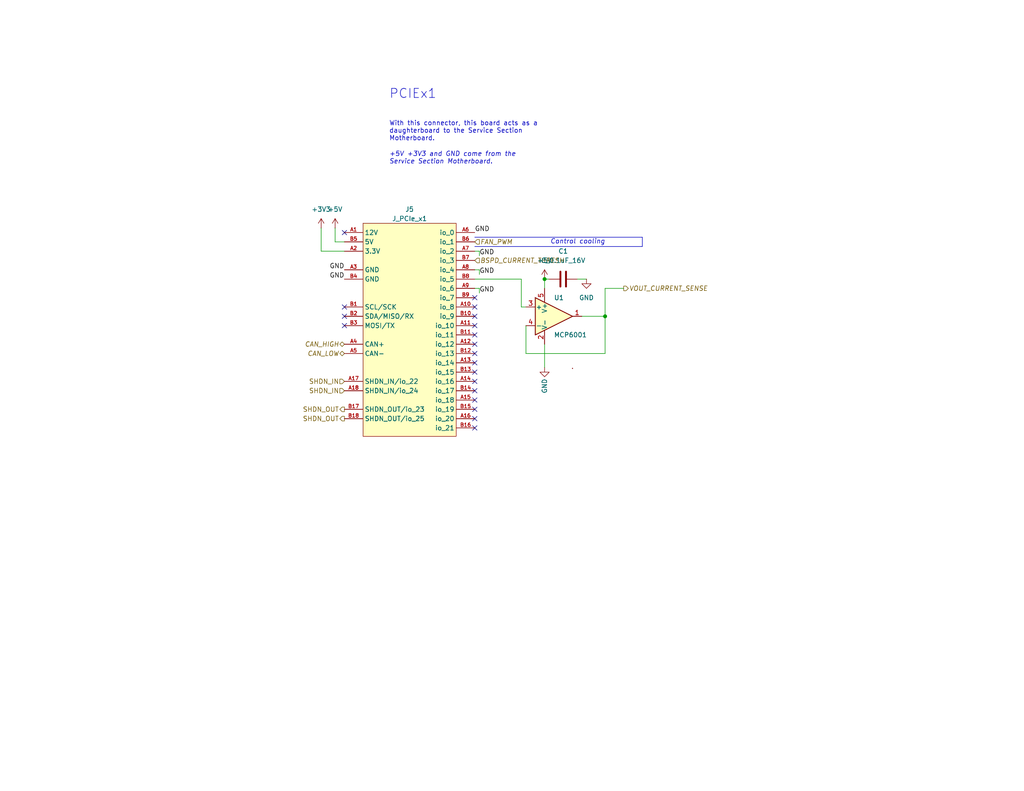
<source format=kicad_sch>
(kicad_sch (version 20250114) (generator "eeschema") (generator_version "9.0")
  (paper "A")
  (title_block (title "BMS Core | PCIEx1 connector") (date "2026-02-01") (rev "1") (company "Olin Electric Motorsports") (comment 1 "Akil Pugalenthi") (comment 2 "Jacob Likins") (comment 3 "Melissa Kazazic"))
  (lib_symbols
    (symbol "GND_1" (power) (pin_numbers (hide yes)) (pin_names (offset 0) (hide yes))
      (property "Value" "GND" (at 0 -3.81 0))
      (symbol "GND_1_0_1"
        (polyline (pts (xy 0 0) (xy 0 -1.27) (xy 1.27 -1.27) (xy 0 -2.54) (xy -1.27 -1.27) (xy 0 -1.27)))
      )
      (symbol "GND_1_1_1"
        (pin power_in line (at 0 0 270) (length 0) (name "~") (number "1"))
      )
    )
    (symbol "MCP6001_2" (pin_names (offset 0.127))
      (property "Reference" "U" (at 0 5.08 0))
      (property "Value" "MCP6001_2" (at 0 -5.08 0))
      (symbol "MCP6001_2_0_1"
        (polyline (pts (xy -5.08 5.08) (xy 5.08 0) (xy -5.08 -5.08) (xy -5.08 5.08)) (stroke (width 0.254)) (fill (type background)))
        (pin power_in line (at -2.54 7.62 270) (length 3.81) (name "V+") (number "5"))
        (pin power_in line (at -2.54 -7.62 90) (length 3.81) (name "V-") (number "2"))
      )
      (symbol "MCP6001_2_1_1"
        (pin input line (at -7.62 2.54 0) (length 2.54) (name "+") (number "3"))
        (pin input line (at -7.62 -2.54 0) (length 2.54) (name "-") (number "4"))
        (pin output line (at 7.62 0 180) (length 2.54) (name "~") (number "1"))
      )
    )
    (symbol "OEM:C_0.1uF_16V_0603" (pin_numbers (hide yes)) (pin_names (offset 0.254))
      (property "Reference" "C" (at 0.635 2.54 0))
      (property "Value" "C_0.1uF_16V" (at 0.635 -2.54 0))
      (symbol "C_0.1uF_16V_0603_0_1"
        (polyline (pts (xy -2.032 0.762) (xy 2.032 0.762)) (stroke (width 0.508)))
        (polyline (pts (xy -2.032 -0.762) (xy 2.032 -0.762)) (stroke (width 0.508)))
      )
      (symbol "C_0.1uF_16V_0603_1_1"
        (pin passive line (at 0 3.81 270) (length 2.794) (name "~") (number "1"))
        (pin passive line (at 0 -3.81 90) (length 2.794) (name "~") (number "2"))
      )
    )
    (symbol "OEM:J_PCIe_x1"
      (property "Reference" "J" (at 0 30.48 0))
      (property "Value" "J_PCIe_x1" (at 0 27.94 0))
      (symbol "J_PCIe_x1_0_1"
        (circle (center 44.45 -12.954) (radius 0.0001))
      )
      (symbol "J_PCIe_x1_1_1"
        (rectangle (start -12.7 26.67) (end 12.7 -31.496) (fill (type background)))
        (pin bidirectional line (at -17.78 24.13 0) (length 5) (name "12V") (number "A1"))
        (pin bidirectional line (at -17.78 21.59 0) (length 5) (name "5V") (number "B5"))
        (pin bidirectional line (at -17.78 19.05 0) (length 5) (name "3.3V") (number "A2"))
        (pin bidirectional line (at -17.78 13.97 0) (length 5) (name "GND") (number "A3"))
        (pin bidirectional line (at -17.78 11.43 0) (length 5) (name "GND") (number "B4"))
        (pin bidirectional line (at -17.78 3.81 0) (length 5) (name "SCL/SCK") (number "B1"))
        (pin bidirectional line (at -17.78 1.27 0) (length 5) (name "SDA/MISO/RX") (number "B2"))
        (pin bidirectional line (at -17.78 -1.27 0) (length 5) (name "MOSI/TX") (number "B3"))
        (pin bidirectional line (at -17.78 -6.35 0) (length 5) (name "CAN+") (number "A4"))
        (pin bidirectional line (at -17.78 -8.89 0) (length 5) (name "CAN-") (number "A5"))
        (pin bidirectional line (at -17.78 -16.51 0) (length 5) (name "SHDN_IN/io_22") (number "A17"))
        (pin bidirectional line (at -17.78 -19.05 0) (length 5) (name "SHDN_IN/io_24") (number "A18"))
        (pin bidirectional line (at -17.78 -24.13 0) (length 5) (name "SHDN_OUT/io_23") (number "B17"))
        (pin bidirectional line (at -17.78 -26.67 0) (length 5) (name "SHDN_OUT/io_25") (number "B18"))
        (pin bidirectional line (at 17.78 24.13 180) (length 5) (name "io_0") (number "A6"))
        (pin bidirectional line (at 17.78 21.59 180) (length 5) (name "io_1") (number "B6"))
        (pin bidirectional line (at 17.78 19.05 180) (length 5) (name "io_2") (number "A7"))
        (pin bidirectional line (at 17.78 16.51 180) (length 5) (name "io_3") (number "B7"))
        (pin bidirectional line (at 17.78 13.97 180) (length 5) (name "io_4") (number "A8"))
        (pin bidirectional line (at 17.78 11.43 180) (length 5) (name "io_5") (number "B8"))
        (pin bidirectional line (at 17.78 8.89 180) (length 5) (name "io_6") (number "A9"))
        (pin bidirectional line (at 17.78 6.35 180) (length 5) (name "io_7") (number "B9"))
        (pin bidirectional line (at 17.78 3.81 180) (length 5) (name "io_8") (number "A10"))
        (pin bidirectional line (at 17.78 1.27 180) (length 5) (name "io_9") (number "B10"))
        (pin bidirectional line (at 17.78 -1.27 180) (length 5) (name "io_10") (number "A11"))
        (pin bidirectional line (at 17.78 -3.81 180) (length 5) (name "io_11") (number "B11"))
        (pin bidirectional line (at 17.78 -6.35 180) (length 5) (name "io_12") (number "A12"))
        (pin bidirectional line (at 17.78 -8.89 180) (length 5) (name "io_13") (number "B12"))
        (pin bidirectional line (at 17.78 -11.43 180) (length 5) (name "io_14") (number "A13"))
        (pin bidirectional line (at 17.78 -13.97 180) (length 5) (name "io_15") (number "B13"))
        (pin bidirectional line (at 17.78 -16.51 180) (length 5) (name "io_16") (number "A14"))
        (pin bidirectional line (at 17.78 -19.05 180) (length 5) (name "io_17") (number "B14"))
        (pin bidirectional line (at 17.78 -21.59 180) (length 5) (name "io_18") (number "A15"))
        (pin bidirectional line (at 17.78 -24.13 180) (length 5) (name "io_19") (number "B15"))
        (pin bidirectional line (at 17.78 -26.67 180) (length 5) (name "io_20") (number "A16"))
        (pin bidirectional line (at 17.78 -29.21 180) (length 5) (name "io_21") (number "B16"))
      )
    )
    (symbol "power:+3V3" (power) (pin_numbers (hide yes)) (pin_names (offset 0) (hide yes))
      (property "Value" "+3V3" (at 0 3.556 0))
      (symbol "+3V3_0_1"
        (polyline (pts (xy -0.762 1.27) (xy 0 2.54)))
        (polyline (pts (xy 0 2.54) (xy 0.762 1.27)))
        (polyline (pts (xy 0 0) (xy 0 2.54)))
      )
      (symbol "+3V3_1_1"
        (pin power_in line (at 0 0 90) (length 0) (name "~") (number "1"))
      )
    )
    (symbol "power:+5V" (power) (pin_numbers (hide yes)) (pin_names (offset 0) (hide yes))
      (property "Value" "+5V" (at 0 3.556 0))
      (symbol "+5V_0_1"
        (polyline (pts (xy -0.762 1.27) (xy 0 2.54)))
        (polyline (pts (xy 0 2.54) (xy 0.762 1.27)))
        (polyline (pts (xy 0 0) (xy 0 2.54)))
      )
      (symbol "+5V_1_1"
        (pin power_in line (at 0 0 90) (length 0) (name "~") (number "1"))
      )
    )
    (symbol "power:GND" (power) (pin_names (offset 0))
      (property "Value" "GND" (at 0 -3.81 0))
      (symbol "GND_0_1"
        (polyline (pts (xy 0 0) (xy 0 -1.27) (xy 1.27 -1.27) (xy 0 -2.54) (xy -1.27 -1.27) (xy 0 -1.27)))
      )
      (symbol "GND_1_1"
        (pin power_in line (at 0 0 270) (length 0) (hide yes) (name "GND") (number "1"))
      )
    )
  )
  (rectangle (start 175.26 64.77) (end 175.26 67.31))
  (text "+5V +3V3 and GND come from the \nService Section Motherboard." (at 106.172 44.958 0) (effects (font (size 1.27 1.27) (italic yes)) (justify left bottom)))
  (text "Control cooling" (at 150.114 66.802 0) (effects (font (size 1.27 1.27) (italic yes)) (justify left bottom)))
  (text "With this connector, this board acts as a \ndaughterboard to the Service Section\nMotherboard." (at 106.172 38.608 0) (effects (font (size 1.27 1.27)) (justify left bottom)))
  (text "PCIEx1\n" (at 106.172 27.178 0) (effects (font (size 2.4892 2.4892)) (justify left bottom)))
  (junction (at 148.59 76.2))
  (junction (at 165.1 86.36))
  (no_connect (at 93.98 83.82))
  (no_connect (at 129.54 111.76))
  (no_connect (at 129.54 101.6))
  (no_connect (at 93.98 86.36))
  (no_connect (at 129.54 93.98))
  (no_connect (at 129.54 106.68))
  (no_connect (at 129.54 99.06))
  (no_connect (at 129.54 81.28))
  (no_connect (at 129.54 88.9))
  (no_connect (at 129.54 114.3))
  (no_connect (at 93.98 88.9))
  (no_connect (at 129.54 91.44))
  (no_connect (at 93.98 63.5))
  (no_connect (at 129.54 104.14))
  (no_connect (at 129.54 96.52))
  (no_connect (at 129.54 109.22))
  (no_connect (at 129.54 83.82))
  (no_connect (at 129.54 86.36))
  (no_connect (at 129.54 116.84))
  (wire (pts (xy 130.81 73.66) (xy 130.81 74.93)))
  (wire (pts (xy 143.51 88.9) (xy 143.51 96.52)))
  (wire (pts (xy 143.51 96.52) (xy 165.1 96.52)))
  (wire (pts (xy 87.63 68.58) (xy 93.98 68.58)))
  (wire (pts (xy 129.54 78.74) (xy 130.81 78.74)))
  (wire (pts (xy 91.44 66.04) (xy 93.98 66.04)))
  (wire (pts (xy 142.24 83.82) (xy 143.51 83.82)))
  (wire (pts (xy 165.1 86.36) (xy 158.75 86.36)))
  (wire (pts (xy 148.59 93.98) (xy 148.59 100.33)))
  (wire (pts (xy 129.54 68.58) (xy 130.81 68.58)))
  (wire (pts (xy 129.54 73.66) (xy 130.81 73.66)))
  (wire (pts (xy 130.81 68.58) (xy 130.81 69.85)))
  (wire (pts (xy 130.81 78.74) (xy 130.81 80.01)))
  (wire (pts (xy 148.59 76.2) (xy 149.86 76.2)))
  (polyline (pts (xy 175.26 67.31) (xy 129.54 67.31)))
  (wire (pts (xy 91.44 62.23) (xy 91.44 66.04)))
  (wire (pts (xy 87.63 62.23) (xy 87.63 68.58)))
  (wire (pts (xy 157.48 76.2) (xy 160.02 76.2)))
  (wire (pts (xy 142.24 83.82) (xy 142.24 76.2)))
  (wire (pts (xy 142.24 76.2) (xy 129.54 76.2)))
  (polyline (pts (xy 129.54 64.77) (xy 175.26 64.77)))
  (wire (pts (xy 165.1 78.74) (xy 165.1 86.36)))
  (wire (pts (xy 165.1 96.52) (xy 165.1 86.36)))
  (wire (pts (xy 165.1 78.74) (xy 170.18 78.74)))
  (wire (pts (xy 148.59 76.2) (xy 148.59 78.74)))
  (label "GND" (at 93.98 73.66 180))
  (label "GND" (at 130.81 74.93 0))
  (label "GND" (at 93.98 76.2 180))
  (label "GND" (at 130.81 80.01 0))
  (label "GND" (at 130.81 69.85 0))
  (label "GND" (at 129.54 63.5 0))
  (hierarchical_label "SHDN_IN" (shape input) (at 93.98 104.14 180))
  (hierarchical_label "CAN_HIGH" (shape bidirectional) (at 93.98 93.98 180) (effects (font (italic yes))))
  (hierarchical_label "SHDN_IN" (shape input) (at 93.98 106.68 180))
  (hierarchical_label "FAN_PWM" (shape input) (at 129.54 66.04 0) (effects (font (italic yes))))
  (hierarchical_label "BSPD_CURRENT_THRESH" (shape input) (at 129.54 71.12 0) (effects (font (italic yes))))
  (hierarchical_label "SHDN_OUT" (shape output) (at 93.98 111.76 180))
  (hierarchical_label "CAN_LOW" (shape bidirectional) (at 93.98 96.52 180) (effects (font (italic yes))))
  (hierarchical_label "VOUT_CURRENT_SENSE" (shape output) (at 170.18 78.74 0) (effects (font (italic yes))))
  (hierarchical_label "SHDN_OUT" (shape output) (at 93.98 114.3 180))
  (symbol (lib_id "OEM:C_0.1uF_16V_0603") (at 153.67 76.2 270) (unit 1)
    (property "Reference" "C1" (at 153.67 68.58 90))
    (property "Value" "C_0.1uF_16V" (at 153.67 71.12 90))
    (property "Footprint" "OEM:C_0603_1608Metric" (effects (hide yes)))
    (property "Datasheet" "https://www.mouser.com/datasheet/3/72/1/KEM_C1005_Y5V_SMD.pdf" (effects (hide yes)))
    (property "Description" "CAP CER 0.1UF 16V Y5V 0603" (effects (hide yes)))
    (property "MPN" "C0603C104Z4VACTU" (effects (hide yes)))
  )
  (symbol (lib_name "MCP6001_2") (lib_id "OEM:MCP6001") (at 151.13 86.36 0) (unit 1)
    (property "Reference" "U1" (at 151.13 81.28 0) (effects (justify left)))
    (property "Value" "MCP6001" (at 151.13 91.44 0) (effects (justify left)))
    (property "Footprint" "Package_TO_SOT_SMD:SOT-353_SC-70-5" (effects (hide yes)))
    (property "Datasheet" "${OEM_DIR}/parts/datasheets/microchip_MCP600XX.pdf" (effects (hide yes)))
    (property "MFN" "Microchip" (effects (hide yes)))
    (property "MPN" "MCP6001T-I/OT" (effects (hide yes)))
    (property "DKPN" "MCP6001T-I/OTCT-ND" (effects (hide yes)))
    (property "Package" "SC-70-5" (effects (hide yes)))
    (property "NewDesigns" "YES" (effects (hide yes)))
    (property "Stocked" "Tape" (effects (hide yes)))
    (property "Style" "SMD" (effects (hide yes)))
  )
  (symbol (lib_id "power:+5V") (at 148.59 76.2 0) (unit 1)
    (property "Reference" "#PWR?" (effects (hide yes)))
    (property "Value" "+5V" (at 148.59 71.12 0))
    (property "Description" "Power symbol creates a global label with name \"+5V\"" (effects (hide yes)))
  )
  (symbol (lib_id "OEM:J_PCIe_x1") (at 111.76 87.63 0) (unit 1)
    (property "Reference" "J5" (at 111.76 57.15 0))
    (property "Value" "J_PCIe_x1" (at 111.76 59.69 0))
    (property "Footprint" "OEM:J_PCIe_x1_Key" (effects (hide yes)))
    (property "Datasheet" "https://www.te.com/commerce/DocumentDelivery/DDEController?Action=showdoc&DocId=Data+Sheet%7F4-1773442-7%7F0308%7Fpdf%7FEnglish%7FENG_DS_4-1773442-7_0308.pdf%7F2-1761465-1" (effects (hide yes)))
    (property "Description" "Interface used to connect daugterboards to motherboards" (effects (hide yes)))
    (property "MPN" "2-1761465-1" (effects (hide yes)))
  )
  (symbol (lib_id "power:GND") (at 148.59 100.33 0) (unit 1)
    (property "Reference" "#PWR?" (effects (hide yes)))
    (property "Value" "GND" (at 148.59 105.41 90))
  )
  (symbol (lib_id "power:+5V") (at 91.44 62.23 0) (unit 1)
    (property "Reference" "#PWR?" (effects (hide yes)))
    (property "Value" "+5V" (at 91.44 57.15 0))
    (property "Description" "Power symbol creates a global label with name \"+5V\"" (effects (hide yes)))
  )
  (symbol (lib_name "GND_1") (lib_id "power:GND") (at 160.02 76.2 0) (unit 1)
    (property "Reference" "#PWR?" (effects (hide yes)))
    (property "Value" "GND" (at 160.02 81.28 0))
    (property "Description" "Power symbol creates a global label with name \"GND\" , ground" (effects (hide yes)))
  )
  (symbol (lib_id "power:+3V3") (at 87.63 62.23 0) (unit 1)
    (property "Reference" "#PWR?" (effects (hide yes)))
    (property "Value" "+3V3" (at 87.63 57.15 0))
    (property "Description" "Power symbol creates a global label with name \"+3V3\"" (effects (hide yes)))
  )
)
</source>
